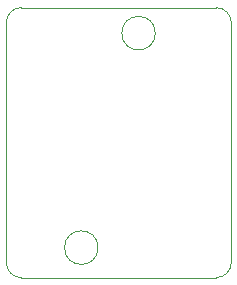
<source format=gm1>
G04 #@! TF.GenerationSoftware,KiCad,Pcbnew,5.1.5-52549c5~84~ubuntu16.04.1*
G04 #@! TF.CreationDate,2020-03-17T21:52:37-04:00*
G04 #@! TF.ProjectId,arcade_joystick_pcb,61726361-6465-45f6-9a6f-79737469636b,1.0*
G04 #@! TF.SameCoordinates,Original*
G04 #@! TF.FileFunction,Profile,NP*
%FSLAX46Y46*%
G04 Gerber Fmt 4.6, Leading zero omitted, Abs format (unit mm)*
G04 Created by KiCad (PCBNEW 5.1.5-52549c5~84~ubuntu16.04.1) date 2020-03-17 21:52:37*
%MOMM*%
%LPD*%
G04 APERTURE LIST*
%ADD10C,0.100000*%
G04 APERTURE END LIST*
D10*
X139618806Y-80899000D02*
G75*
G03X139618806Y-80899000I-1419903J0D01*
G01*
X134769903Y-99060000D02*
G75*
G03X134769903Y-99060000I-1419903J0D01*
G01*
X127000000Y-100330000D02*
X127000000Y-80010000D01*
X144780000Y-101600000D02*
X128270000Y-101600000D01*
X146050000Y-80010000D02*
X146050000Y-100330000D01*
X128270000Y-78740000D02*
X144780000Y-78740000D01*
X144780000Y-78740000D02*
G75*
G02X146050000Y-80010000I0J-1270000D01*
G01*
X127000000Y-80010000D02*
G75*
G02X128270000Y-78740000I1270000J0D01*
G01*
X128270000Y-101600000D02*
G75*
G02X127000000Y-100330000I0J1270000D01*
G01*
X146050000Y-100330000D02*
G75*
G02X144780000Y-101600000I-1270000J0D01*
G01*
M02*

</source>
